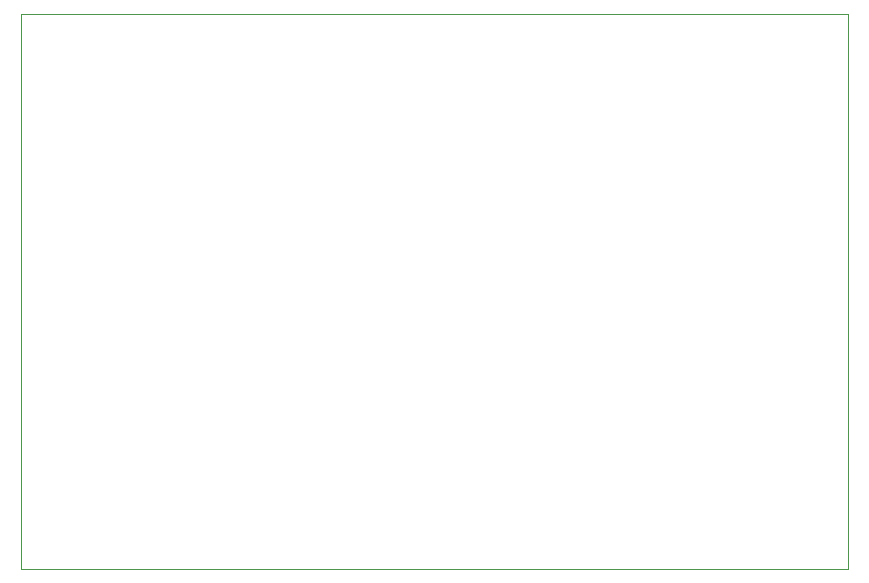
<source format=gbr>
%TF.GenerationSoftware,KiCad,Pcbnew,5.1.6+dfsg1-1*%
%TF.CreationDate,2021-03-04T16:58:38+01:00*%
%TF.ProjectId,PCA9685,50434139-3638-4352-9e6b-696361645f70,rev?*%
%TF.SameCoordinates,Original*%
%TF.FileFunction,Profile,NP*%
%FSLAX46Y46*%
G04 Gerber Fmt 4.6, Leading zero omitted, Abs format (unit mm)*
G04 Created by KiCad (PCBNEW 5.1.6+dfsg1-1) date 2021-03-04 16:58:38*
%MOMM*%
%LPD*%
G01*
G04 APERTURE LIST*
%TA.AperFunction,Profile*%
%ADD10C,0.050000*%
%TD*%
G04 APERTURE END LIST*
D10*
X133000000Y-97000000D02*
X133000000Y-96000000D01*
X63000000Y-97000000D02*
X133000000Y-97000000D01*
X63000000Y-96000000D02*
X63000000Y-97000000D01*
X63000000Y-96000000D02*
X63000000Y-94000000D01*
X133000000Y-94000000D02*
X133000000Y-96000000D01*
X63000000Y-94000000D02*
X63000000Y-50000000D01*
X133000000Y-50000000D02*
X133000000Y-94000000D01*
X133000000Y-50000000D02*
X63000000Y-50000000D01*
M02*

</source>
